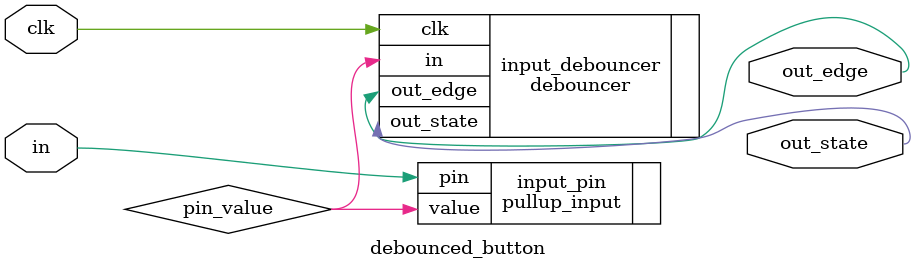
<source format=v>
/*
This file is part of verilog-buildingblocks,
by David R. Piegdon <dgit@piegdon.de>

verilog-buildingblocks is free software: you can redistribute it and/or modify
it under the terms of the GNU Lesser General Public License as published by
the Free Software Foundation, either version 3 of the License, or
(at your option) any later version.

verilog-buildingblocks is distributed in the hope that it will be useful,
but WITHOUT ANY WARRANTY; without even the implied warranty of
MERCHANTABILITY or FITNESS FOR A PARTICULAR PURPOSE.  See the
GNU Lesser General Public License for more details.

You should have received a copy of the GNU Lesser General Public License
along with verilog-buildingblocks.  If not, see <https://www.gnu.org/licenses/>.
*/

`default_nettype none

// Fully debounced button with an internal pull-up.
// Connect a switch to the pin that pulls it to GND when pressed.
module debounced_button(input wire clk, input wire in, output wire out_state, output wire out_edge);
	parameter DEBOUNCE_CYCLES = 100;

	wire pin_value;

	pullup_input input_pin(.pin(in), .value(pin_value));

	debouncer #(.DEBOUNCE_CYCLES(DEBOUNCE_CYCLES))
		input_debouncer(.clk(clk),
				.in(pin_value),
				.out_state(out_state),
				.out_edge(out_edge));
endmodule


</source>
